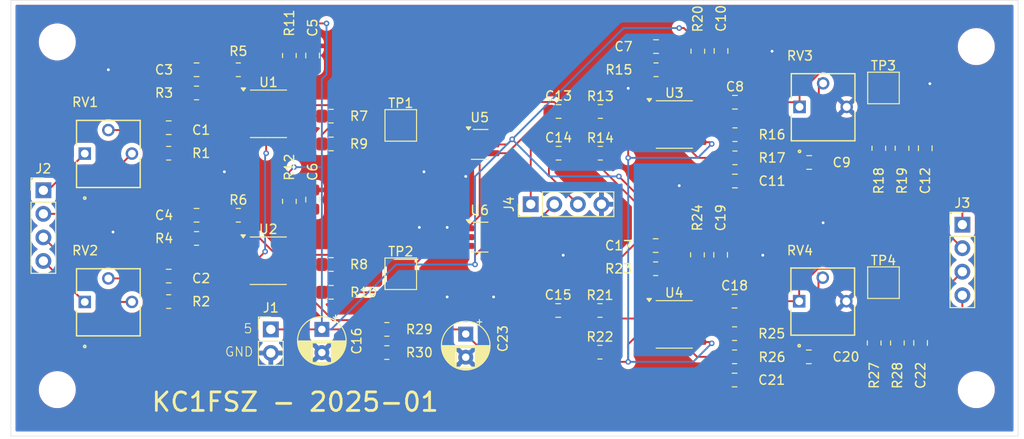
<source format=kicad_pcb>
(kicad_pcb (version 20240108) (generator "pcbnew") (generator_version "8.0")
  (layers (0 "F.Cu" signal) (31 "B.Cu" signal) (34 "B.Paste" user) (35 "F.Paste" user) (36 "B.SilkS" user "B.Silkscreen") (37 "F.SilkS" user "F.Silkscreen") (38 "B.Mask" user) (39 "F.Mask" user) (44 "Edge.Cuts" user))
  (net 0 "")
  (net 1 "Net-(C1-Pad1)")
  (net 2 "Net-(C1-Pad2)")
  (net 3 "Net-(C2-Pad2)")
  (net 4 "Net-(C2-Pad1)")
  (net 5 "Net-(U1A--)")
  (net 6 "Net-(C3-Pad1)")
  (net 7 "Net-(U2A--)")
  (net 8 "Net-(C4-Pad1)")
  (net 9 "Net-(U1C-V+)")
  (net 10 "GND")
  (net 11 "Net-(U2C-V+)")
  (net 12 "Net-(C7-Pad2)")
  (net 13 "Net-(U3A--)")
  (net 14 "Net-(C8-Pad2)")
  (net 15 "Net-(C9-Pad2)")
  (net 16 "Net-(C9-Pad1)")
  (net 17 "Net-(U3C-V+)")
  (net 18 "Net-(C11-Pad1)")
  (net 19 "Net-(C11-Pad2)")
  (net 20 "RADIO0-TX-N")
  (net 21 "RADIO0-TX-P")
  (net 22 "Net-(C13-Pad2)")
  (net 23 "TX0-A")
  (net 24 "TONE")
  (net 25 "Net-(C14-Pad2)")
  (net 26 "TX1-A")
  (net 27 "Net-(C15-Pad2)")
  (net 28 "+5V")
  (net 29 "Net-(C17-Pad2)")
  (net 30 "Net-(U4A--)")
  (net 31 "Net-(C18-Pad2)")
  (net 32 "Net-(U4C-V+)")
  (net 33 "Net-(C20-Pad1)")
  (net 34 "Net-(C20-Pad2)")
  (net 35 "Net-(C21-Pad1)")
  (net 36 "Net-(C21-Pad2)")
  (net 37 "RADIO1-TX-N")
  (net 38 "RADIO1-TX-P")
  (net 39 "+2V5")
  (net 40 "RADIO1-RX-N")
  (net 41 "RADIO0-RX-P")
  (net 42 "RADIO0-RX-N")
  (net 43 "RADIO1-RX-P")
  (net 44 "SEL1")
  (net 45 "SEL0")
  (net 46 "Net-(U1B--)")
  (net 47 "Net-(U2B--)")
  (net 48 "Net-(R7-Pad2)")
  (net 49 "Net-(R10-Pad1)")
  (net 50 "RX0")
  (net 51 "RX1")
  (net 52 "Net-(U3B--)")
  (net 53 "Net-(U4B--)")
  (footprint "Package_SO:SOIC-8_3.9x4.9mm_P1.27mm" (layer "F.Cu") (at 162.75 58.25)
    (property "Reference" "U1")
    (property "Value" "LM4562")
  )
  (footprint "Resistor_SMD:R_0805_2012Metric_Pad1.20x1.40mm_HandSolder" (layer "F.Cu") (at 212.96 81.96 180)
    (property "Reference" "R25")
    (property "Value" "100k")
  )
  (footprint "Capacitor_SMD:C_0805_2012Metric_Pad1.18x1.45mm_HandSolder" (layer "F.Cu") (at 220.96 84.4625 180)
    (property "Reference" "C20")
    (property "Value" "1uF")
  )
  (footprint "TestPoint:TestPoint_Pad_3.0x3.0mm" (layer "F.Cu") (at 229 76.4625)
    (property "Reference" "TP4")
    (property "Value" "TestPoint")
  )
  (footprint "Capacitor_SMD:C_0805_2012Metric_Pad1.18x1.45mm_HandSolder" (layer "F.Cu") (at 155 69.19 180)
    (property "Reference" "C4")
    (property "Value" "NC")
  )
  (footprint "Capacitor_THT:CP_Radial_D5.0mm_P2.50mm" (layer "F.Cu") (at 168.5 81.5 -90)
    (property "Reference" "C16")
    (property "Value" "100uF")
  )
  (footprint "Resistor_SMD:R_0805_2012Metric_Pad1.20x1.40mm_HandSolder" (layer "F.Cu") (at 169.5 74.5)
    (property "Reference" "R8")
    (property "Value" "20k")
  )
  (footprint "Capacitor_SMD:C_0805_2012Metric_Pad1.18x1.45mm_HandSolder" (layer "F.Cu") (at 221 63.5 180)
    (property "Reference" "C9")
    (property "Value" "1uF")
  )
  (footprint "Capacitor_SMD:C_0805_2012Metric_Pad1.18x1.45mm_HandSolder" (layer "F.Cu") (at 233.5 61.9625 90)
    (property "Reference" "C12")
    (property "Value" "C_Small")
  )
  (footprint "Resistor_SMD:R_0805_2012Metric_Pad1.20x1.40mm_HandSolder" (layer "F.Cu") (at 198.5 62.5)
    (property "Reference" "R14")
    (property "Value" "100k")
  )
  (footprint "Capacitor_SMD:C_0805_2012Metric_Pad1.18x1.45mm_HandSolder" (layer "F.Cu") (at 213 65.5)
    (property "Reference" "C11")
    (property "Value" "10uF")
  )
  (footprint "Capacitor_SMD:C_0805_2012Metric_Pad1.18x1.45mm_HandSolder" (layer "F.Cu") (at 213 57)
    (property "Reference" "C8")
    (property "Value" "1uF")
  )
  (footprint "Capacitor_SMD:C_0805_2012Metric_Pad1.18x1.45mm_HandSolder" (layer "F.Cu") (at 194 62.5)
    (property "Reference" "C14")
    (property "Value" "1uF")
  )
  (footprint "Resistor_SMD:R_0805_2012Metric_Pad1.20x1.40mm_HandSolder" (layer "F.Cu") (at 212.96 84.46 180)
    (property "Reference" "R26")
    (property "Value" "200k")
  )
  (footprint "Capacitor_SMD:C_0805_2012Metric_Pad1.18x1.45mm_HandSolder" (layer "F.Cu") (at 194 58)
    (property "Reference" "C13")
    (property "Value" "1uF")
  )
  (footprint "Capacitor_SMD:C_0805_2012Metric_Pad1.18x1.45mm_HandSolder" (layer "F.Cu") (at 211.46 73.46 90)
    (property "Reference" "C19")
    (property "Value" "1uF")
  )
  (footprint "Resistor_SMD:R_0805_2012Metric_Pad1.20x1.40mm_HandSolder" (layer "F.Cu") (at 169.5 58.5)
    (property "Reference" "R7")
    (property "Value" "20k")
  )
  (footprint "Capacitor_SMD:C_0805_2012Metric_Pad1.18x1.45mm_HandSolder" (layer "F.Cu") (at 204.46 72.46)
    (property "Reference" "C17")
    (property "Value" "100pF")
  )
  (footprint "Capacitor_SMD:C_0805_2012Metric_Pad1.18x1.45mm_HandSolder" (layer "F.Cu") (at 167.5 67.5 90)
    (property "Reference" "C6")
    (property "Value" "1uF")
  )
  (footprint "Resistor_SMD:R_0805_2012Metric_Pad1.20x1.40mm_HandSolder" (layer "F.Cu") (at 175.5 81.5)
    (property "Reference" "R29")
    (property "Value" "10k")
  )
  (footprint "MountingHole:MountingHole_3.5mm" (layer "F.Cu") (at 140 50.5)
    (property "Reference" "H1" (hide yes))
    (property "Value" "MountingHole")
  )
  (footprint "Resistor_SMD:R_0805_2012Metric_Pad1.20x1.40mm_HandSolder" (layer "F.Cu") (at 228 82.9625 -90)
    (property "Reference" "R27")
    (property "Value" "10k")
  )
  (footprint "Resistor_SMD:R_0805_2012Metric_Pad1.20x1.40mm_HandSolder" (layer "F.Cu") (at 198.46 79.46)
    (property "Reference" "R21")
    (property "Value" "100k")
  )
  (footprint "Resistor_SMD:R_0805_2012Metric_Pad1.20x1.40mm_HandSolder" (layer "F.Cu") (at 213 63 180)
    (property "Reference" "R17")
    (property "Value" "200k")
  )
  (footprint "Resistor_SMD:R_0805_2012Metric_Pad1.20x1.40mm_HandSolder" (layer "F.Cu") (at 213 60.5 180)
    (property "Reference" "R16")
    (property "Value" "100k")
  )
  (footprint "Resistor_SMD:R_0805_2012Metric_Pad1.20x1.40mm_HandSolder" (layer "F.Cu") (at 204.5 53.5)
    (property "Reference" "R15")
    (property "Value" "100k")
  )
  (footprint "bruce-footprints:POT_3362P" (layer "F.Cu") (at 142.96 62.54)
    (property "Reference" "RV1")
    (property "Value" "50k")
  )
  (footprint "Capacitor_SMD:C_0805_2012Metric_Pad1.18x1.45mm_HandSolder" (layer "F.Cu") (at 204.5 51)
    (property "Reference" "C7")
    (property "Value" "100pF")
  )
  (footprint "Resistor_SMD:R_0805_2012Metric_Pad1.20x1.40mm_HandSolder" (layer "F.Cu") (at 175.5 84)
    (property "Reference" "R30")
    (property "Value" "10k")
  )
  (footprint "Package_SO:SOIC-8_3.9x4.9mm_P1.27mm" (layer "F.Cu") (at 206.475 59.405)
    (property "Reference" "U3")
    (property "Value" "LM4562")
  )
  (footprint "Package_TO_SOT_SMD:SOT-23-6_Handsoldering" (layer "F.Cu") (at 185.5 61.55)
    (property "Reference" "U5")
    (property "Value" "SN74LVC1G3157DBVR")
  )
  (footprint "bruce-footprints:POT_3362P" (layer "F.Cu") (at 219.96 57.5025)
    (property "Reference" "RV3")
    (property "Value" "50k")
  )
  (footprint "Resistor_SMD:R_0805_2012Metric_Pad1.20x1.40mm_HandSolder" (layer "F.Cu") (at 198.5 58)
    (property "Reference" "R13")
    (property "Value" "100k")
  )
  (footprint "Resistor_SMD:R_0805_2012Metric_Pad1.20x1.40mm_HandSolder" (layer "F.Cu") (at 231 61.9625 -90)
    (property "Reference" "R19")
    (property "Value" "10k")
  )
  (footprint "Capacitor_SMD:C_0805_2012Metric_Pad1.18x1.45mm_HandSolder" (layer "F.Cu") (at 193.96 79.46)
    (property "Reference" "C15")
    (property "Value" "1uF")
  )
  (footprint "MountingHole:MountingHole_3.5mm" (layer "F.Cu") (at 239 88)
    (property "Reference" "H3" (hide yes))
    (property "Value" "MountingHole")
  )
  (footprint "Capacitor_SMD:C_0805_2012Metric_Pad1.18x1.45mm_HandSolder" (layer "F.Cu") (at 212.96 86.96)
    (property "Reference" "C21")
    (property "Value" "10uF")
  )
  (footprint "Capacitor_SMD:C_0805_2012Metric_Pad1.18x1.45mm_HandSolder" (layer "F.Cu") (at 233 82.9625 90)
    (property "Reference" "C22")
    (property "Value" "C_Small")
  )
  (footprint "Resistor_SMD:R_0805_2012Metric_Pad1.20x1.40mm_HandSolder" (layer "F.Cu") (at 159.5 69.19)
    (property "Reference" "R6")
    (property "Value" "10k")
  )
  (footprint "Capacitor_SMD:C_0805_2012Metric_Pad1.18x1.45mm_HandSolder" (layer "F.Cu") (at 152 75.75 180)
    (property "Reference" "C2")
    (property "Value" "1uF")
  )
  (footprint "Package_SO:SOIC-8_3.9x4.9mm_P1.27mm" (layer "F.Cu") (at 162.725 74.095)
    (property "Reference" "U2")
    (property "Value" "LM4562")
  )
  (footprint "Resistor_SMD:R_0805_2012Metric_Pad1.20x1.40mm_HandSolder" (layer "F.Cu") (at 159.5 53.5)
    (property "Reference" "R5")
    (property "Value" "10k")
  )
  (footprint "Connector_PinHeader_2.54mm:PinHeader_1x02_P2.54mm_Vertical" (layer "F.Cu") (at 163 81.5)
    (property "Reference" "J1")
    (property "Value" "Conn_01x02")
  )
  (footprint "Capacitor_SMD:C_0805_2012Metric_Pad1.18x1.45mm_HandSolder" (layer "F.Cu") (at 211.5 51.4625 90)
    (property "Reference" "C10")
    (property "Value" "1uF")
  )
  (footprint "Connector_PinHeader_2.54mm:PinHeader_1x04_P2.54mm_Vertical" (layer "F.Cu") (at 237.5 70.2)
    (property "Reference" "J3")
    (property "Value" "Conn_01x04")
  )
  (footprint "Resistor_SMD:R_0805_2012Metric_Pad1.20x1.40mm_HandSolder" (layer "F.Cu") (at 155 71.69)
    (property "Reference" "R4")
    (property "Value" "50k")
  )
  (footprint "Resistor_SMD:R_0805_2012Metric_Pad1.20x1.40mm_HandSolder" (layer "F.Cu") (at 152 62.5)
    (property "Reference" "R1")
    (property "Value" "50k")
  )
  (footprint "Resistor_SMD:R_0805_2012Metric_Pad1.20x1.40mm_HandSolder" (layer "F.Cu") (at 165 51.9625 -90)
    (property "Reference" "R11")
    (property "Value" "47")
  )
  (footprint "Resistor_SMD:R_0805_2012Metric_Pad1.20x1.40mm_HandSolder" (layer "F.Cu") (at 169.5 77.5)
    (property "Reference" "R10")
    (property "Value" "100")
  )
  (footprint "Resistor_SMD:R_0805_2012Metric_Pad1.20x1.40mm_HandSolder" (layer "F.Cu") (at 165 67.69 -90)
    (property "Reference" "R12")
    (property "Value" "47")
  )
  (footprint "Resistor_SMD:R_0805_2012Metric_Pad1.20x1.40mm_HandSolder" (layer "F.Cu") (at 169.5 61.5)
    (property "Reference" "R9")
    (property "Value" "100")
  )
  (footprint "Resistor_SMD:R_0805_2012Metric_Pad1.20x1.40mm_HandSolder" (layer "F.Cu") (at 204.46 74.96)
    (property "Reference" "R23")
    (property "Value" "100k")
  )
  (footprint "Resistor_SMD:R_0805_2012Metric_Pad1.20x1.40mm_HandSolder" (layer "F.Cu") (at 228.5 61.9625 -90)
    (property "Reference" "R18")
    (property "Value" "10k")
  )
  (footprint "bruce-footprints:POT_3362P" (layer "F.Cu") (at 219.92 78.4625)
    (property "Reference" "RV4")
    (property "Value" "50k")
  )
  (footprint "Capacitor_SMD:C_0805_2012Metric_Pad1.18x1.45mm_HandSolder" (layer "F.Cu") (at 167.5 51.9625 90)
    (property "Reference" "C5")
    (property "Value" "1uF")
  )
  (footprint "Resistor_SMD:R_0805_2012Metric_Pad1.20x1.40mm_HandSolder" (layer "F.Cu") (at 209 51.5 90)
    (property "Reference" "R20")
    (property "Value" "47")
  )
  (footprint "Resistor_SMD:R_0805_2012Metric_Pad1.20x1.40mm_HandSolder" (layer "F.Cu") (at 198.46 83.96)
    (property "Reference" "R22")
    (property "Value" "100k")
  )
  (footprint "Resistor_SMD:R_0805_2012Metric_Pad1.20x1.40mm_HandSolder" (layer "F.Cu") (at 230.5 82.9625 -90)
    (property "Reference" "R28")
    (property "Value" "10k")
  )
  (footprint "Connector_PinHeader_2.54mm:PinHeader_1x04_P2.54mm_Vertical" (layer "F.Cu") (at 191 68 90)
    (property "Reference" "J4")
    (property "Value" "Conn_01x04")
  )
  (footprint "TestPoint:TestPoint_Pad_3.0x3.0mm" (layer "F.Cu") (at 177 59.5)
    (property "Reference" "TP1")
    (property "Value" "TestPoint")
  )
  (footprint "Capacitor_THT:CP_Radial_D5.0mm_P2.50mm" (layer "F.Cu") (at 184 82 -90)
    (property "Reference" "C23")
    (property "Value" "10uF")
  )
  (footprint "Resistor_SMD:R_0805_2012Metric_Pad1.20x1.40mm_HandSolder" (layer "F.Cu") (at 208.96 73.46 90)
    (property "Reference" "R24")
    (property "Value" "47")
  )
  (footprint "MountingHole:MountingHole_3.5mm" (layer "F.Cu") (at 239 51)
    (property "Reference" "H4" (hide yes))
    (property "Value" "MountingHole")
  )
  (footprint "TestPoint:TestPoint_Pad_3.0x3.0mm" (layer "F.Cu") (at 177 75.5)
    (property "Reference" "TP2")
    (property "Value" "TestPoint")
  )
  (footprint "Connector_PinHeader_2.54mm:PinHeader_1x04_P2.54mm_Vertical" (layer "F.Cu") (at 138.5 66.5)
    (property "Reference" "J2")
    (property "Value" "Conn_01x04")
  )
  (footprint "Capacitor_SMD:C_0805_2012Metric_Pad1.18x1.45mm_HandSolder" (layer "F.Cu") (at 212.96 78.46)
    (property "Reference" "C18")
    (property "Value" "1uF")
  )
  (footprint "Capacitor_SMD:C_0805_2012Metric_Pad1.18x1.45mm_HandSolder" (layer "F.Cu") (at 152 59.75 180)
    (property "Reference" "C1")
    (property "Value" "1uF")
  )
  (footprint "Capacitor_SMD:C_0805_2012Metric_Pad1.18x1.45mm_HandSolder" (layer "F.Cu") (at 155 53.5 180)
    (property "Reference" "C3")
    (property "Value" "NC")
  )
  (footprint "bruce-footprints:POT_3362P" (layer "F.Cu") (at 142.96 78.54)
    (property "Reference" "RV2")
    (property "Value" "50k")
  )
  (footprint "Resistor_SMD:R_0805_2012Metric_Pad1.20x1.40mm_HandSolder" (layer "F.Cu") (at 152 78.5)
    (property "Reference" "R2")
    (property "Value" "50k")
  )
  (footprint "Package_SO:SOIC-8_3.9x4.9mm_P1.27mm" (layer "F.Cu") (at 206.46 80.96)
    (property "Reference" "U4")
    (property "Value" "LM4562")
  )
  (footprint "Package_TO_SOT_SMD:SOT-23-6_Handsoldering" (layer "F.Cu") (at 185.5 71.55)
    (property "Reference" "U6")
    (property "Value" "SN74LVC1G3157DBVR")
  )
  (footprint "TestPoint:TestPoint_Pad_3.0x3.0mm" (layer "F.Cu") (at 229 55.4625)
    (property "Reference" "TP3")
    (property "Value" "TestPoint")
  )
  (footprint "Resistor_SMD:R_0805_2012Metric_Pad1.20x1.40mm_HandSolder" (layer "F.Cu") (at 155 56)
    (property "Reference" "R3")
    (property "Value" "50k")
  )
  (footprint "MountingHole:MountingHole_3.5mm" (layer "F.Cu") (at 140 88)
    (property "Reference" "H2" (hide yes))
    (property "Value" "MountingHole")
  )
  (gr_rect (start 135 46) (end 243.5 93) (stroke (width 0.05)) (fill none) (layer "Edge.Cuts"))
  (gr_text "KC1FSZ - 2025-01" (at 150 90.5 0) (layer "F.SilkS") (effects (font (size 2 2) (thickness 0.3) (bold yes)) (justify left bottom)))
  (gr_text "5" (at 160 82 0) (layer "F.SilkS") (effects (font (size 1 1) (thickness 0.1)) (justify left bottom)))
  (gr_text "GND" (at 158 84.5 0) (layer "F.SilkS") (effects (font (size 1 1) (thickness 0.1)) (justify left bottom)))
  (segment (start 151 61.7875) (end 153.0375 59.75) (width 0.2) (layer "F.Cu") (net 1))
  (segment (start 151 62.5) (end 151 61.7875) (width 0.2) (layer "F.Cu") (net 1))
  (segment (start 145.5 60) (end 150.7125 60) (width 0.2) (layer "F.Cu") (net 2))
  (segment (start 150.7125 60) (end 150.9625 59.75) (width 0.2) (layer "F.Cu") (net 2))
  (segment (start 150.7125 76) (end 150.9625 75.75) (width 0.2) (layer "F.Cu") (net 3))
  (segment (start 145.5 76) (end 150.7125 76) (width 0.2) (layer "F.Cu") (net 3))
  (segment (start 151 77.7875) (end 153.0375 75.75) (width 0.2) (layer "F.Cu") (net 4))
  (segment (start 151 78.5) (end 151 77.7875) (width 0.2) (layer "F.Cu") (net 4))
  (segment (start 155.615 57.615) (end 160.275 57.615) (width 0.2) (layer "F.Cu") (net 5))
  (segment (start 153 62.5) (end 154 61.5) (width 0.2) (layer "F.Cu") (net 5))
  (segment (start 154 56) (end 155.615 57.615) (width 0.2) (layer "F.Cu") (net 5))
  (segment (start 154 61.5) (end 154 56) (width 0.2) (layer "F.Cu") (net 5))
  (segment (start 153.9625 55.9625) (end 154 56) (width 0.2) (layer "F.Cu") (net 5))
  (segment (start 153.9625 53.5) (end 153.9625 55.9625) (width 0.2) (layer "F.Cu") (net 5))
  (segment (start 156 56) (end 159.93 56) (width 0.2) (layer "F.Cu") (net 6))
  (segment (start 159.93 56) (end 160.275 56.345) (width 0.2) (layer "F.Cu") (net 6))
  (segment (start 156.0375 53.5) (end 156.0375 55.9625) (width 0.2) (layer "F.Cu") (net 6))
  (segment (start 156.0375 55.9625) (end 156 56) (width 0.2) (layer "F.Cu") (net 6))
  (segment (start 156.0375 53.5) (end 158.5 53.5) (width 0.2) (layer "F.Cu") (net 6))
  (segment (start 154 77.5) (end 154 71.69) (width 0.2) (layer "F.Cu") (net 7))
  (segment (start 153.9625 71.6525) (end 154 71.69) (width 0.2) (layer "F.Cu") (net 7))
  (segment (start 153 78.5) (end 154 77.5) (width 0.2) (layer "F.Cu") (net 7))
  (segment (start 153.9625 69.19) (end 153.9625 71.6525) (width 0.2) (layer "F.Cu") (net 7))
  (segment (start 154 71.69) (end 155 72.69) (width 0.2) (layer "F.Cu") (net 7))
  (segment (start 158.58 73.46) (end 160.25 73.46) (width 0.2) (layer "F.Cu") (net 7))
  (segment (start 155 72.69) (end 157.81 72.69) (width 0.2) (layer "F.Cu") (net 7))
  (segment (start 157.81 72.69) (end 158.58 73.46) (width 0.2) (layer "F.Cu") (net 7))
  (segment (start 156.0375 71.6525) (end 156 71.69) (width 0.2) (layer "F.Cu") (net 8))
  (segment (start 158.5 70.44) (end 160.25 72.19) (width 0.2) (layer "F.Cu") (net 8))
  (segment (start 156.0375 69.19) (end 158.5 69.19) (width 0.2) (layer "F.Cu") (net 8))
  (segment (start 156.0375 69.19) (end 156.0375 71.6525) (width 0.2) (layer "F.Cu") (net 8))
  (segment (start 158.5 69.19) (end 158.5 70.44) (width 0.2) (layer "F.Cu") (net 8))
  (segment (start 165 52.9625) (end 165.5 52.9625) (width 0.2) (layer "F.Cu") (net 9))
  (segment (start 165 52.9625) (end 165 56.12) (width 0.2) (layer "F.Cu") (net 9))
  (segment (start 165 56.12) (end 165.225 56.345) (width 0.2) (layer "F.Cu") (net 9))
  (segment (start 165.5 52.9625) (end 165.5375 53) (width 0.2) (layer "F.Cu") (net 9))
  (segment (start 165.5375 53) (end 167.5 53) (width 0.2) (layer "F.Cu") (net 9))
  (segment (start 184.15 71.55) (end 182.55 71.55) (width 0.2) (layer "F.Cu") (net 10))
  (segment (start 184.15 61.55) (end 182.45 61.55) (width 0.2) (layer "F.Cu") (net 10))
  (segment (start 182.45 61.55) (end 182 62) (width 0.2) (layer "F.Cu") (net 10))
  (via (at 184 65) (size 0.6) (drill 0.3) (layers "F.Cu" "B.Cu") (net 10))
  (via (at 179.5 64.5) (size 0.6) (drill 0.3) (layers "F.Cu" "B.Cu") (net 10))
  (via (at 194.5 73.5) (size 0.6) (drill 0.3) (layers "F.Cu" "B.Cu") (net 10))
  (via (at 234 55) (size 0.6) (drill 0.3) (layers "F.Cu" "B.Cu") (net 10))
  (via (at 217 51.5) (size 0.6) (drill 0.3) (layers "F.Cu" "B.Cu") (net 10))
  (via (at 182 78) (size 0.6) (drill 0.3) (layers "F.Cu" "B.Cu") (net 10))
  (via (at 187 78) (size 0.6) (drill 0.3) (layers "F.Cu" "B.Cu") (net 10))
  (via (at 179 70.5) (size 0.6) (drill 0.3) (layers "F.Cu" "B.Cu") (net 10))
  (via (at 207 66) (size 0.6) (drill 0.3) (layers "F.Cu" "B.Cu") (net 10))
  (via (at 182 70.5) (size 0.6) (drill 0.3) (layers "F.Cu" "B.Cu") (net 10))
  (via (at 145.5 53.5) (size 0.6) (drill 0.3) (layers "F.Cu" "B.Cu") (net 10))
  (via (at 201.5 55.5) (size 0.6) (drill 0.3) (layers "F.Cu" "B.Cu") (net 10))
  (via (at 216 73.5) (size 0.6) (drill 0.3) (layers "F.Cu" "B.Cu") (net 10))
  (via (at 158 64.5) (size 0.6) (drill 0.3) (layers "F.Cu" "B.Cu") (net 10))
  (via (at 146 71) (size 0.6) (drill 0.3) (layers "F.Cu" "B.Cu") (net 10))
  (via (at 222.5 70) (size 0.6) (drill 0.3) (layers "F.Cu" "B.Cu") (net 10))
  (segment (start 165.2 68.89) (end 165 68.69) (width 0.2) (layer "F.Cu") (net 11))
  (segment (start 165 68.69) (end 167.3475 68.69) (width 0.2) (layer "F.Cu") (net 11))
  (segment (start 167.3475 68.69) (end 167.5 68.5375) (width 0.2) (layer "F.Cu") (net 11))
  (segment (start 165.2 72.19) (end 165.2 68.89) (width 0.2) (layer "F.Cu") (net 11))
  (segment (start 210.8625 58.1) (end 211.9625 57) (width 0.2) (layer "F.Cu") (net 12))
  (segment (start 205.5 53.5) (end 205.5 56) (width 0.2) (layer "F.Cu") (net 12))
  (segment (start 205.5 56) (end 204 57.5) (width 0.2) (layer "F.Cu") (net 12))
  (segment (start 204 57.5) (end 204.6 58.1) (width 0.2) (layer "F.Cu") (net 12))
  (segment (start 205.5375 51) (end 205.5375 53.4625) (width 0.2) (layer "F.Cu") (net 12))
  (segment (start 205.5375 53.4625) (end 205.5 53.5) (width 0.2) (layer "F.Cu") (net 12))
  (segment (start 204.6 58.1) (end 210.8625 58.1) (width 0.2) (layer "F.Cu") (net 12))
  (segment (start 203.5 53.5) (end 202.725 54.275) (width 0.2) (layer "F.Cu") (net 13))
  (segment (start 200.77 58.77) (end 204 58.77) (width 0.2) (layer "F.Cu") (net 13))
  (segment (start 199.5 62.5) (end 199.5 58) (width 0.2) (layer "F.Cu") (net 13))
  (segment (start 202.725 58.469999) (end 203.025001 58.77) (width 0.2) (layer "F.Cu") (net 13))
  (segment (start 203.5 53) (end 203.4625 52.9625) (width 0.2) (layer "F.Cu") (net 13))
  (segment (start 202.725 54.275) (end 202.725 58.469999) (width 0.2) (layer "F.Cu") (net 13))
  (segment (start 203.025001 58.77) (end 204 58.77) (width 0.2) (layer "F.Cu") (net 13))
  (segment (start 199.5 58) (end 200 58) (width 0.2) (layer "F.Cu") (net 13))
  (segment (start 203.4625 52.9625) (end 203.4625 51) (width 0.2) (layer "F.Cu") (net 13))
  (segment (start 200 58) (end 200.77 58.77) (width 0.2) (layer "F.Cu") (net 13))
  (segment (start 203.5 53.5) (end 203.5 53) (width 0.2) (layer "F.Cu") (net 13))
  (segment (start 219.96 56.011814) (end 222.471814 53.5) (width 0.2) (layer "F.Cu") (net 14))
  (segment (start 214.0375 57) (end 219.4575 57) (width 0.2) (layer "F.Cu") (net 14))
  (segment (start 222.471814 53.5) (end 227.0375 53.5) (width 0.2) (layer "F.Cu") (net 14))
  (segment (start 227.0375 53.5) (end 229 55.4625) (width 0.2) (layer "F.Cu") (net 14))
  (segment (start 219.96 57.5025) (end 219.96 56.011814) (width 0.2) (layer "F.Cu") (net 14))
  (segment (start 219.4575 57) (end 219.96 57.5025) (width 0.2) (layer "F.Cu") (net 14))
  (segment (start 217.4625 60.5) (end 217.4625 61) (width 0.2) (layer "F.Cu") (net 15))
  (segment (start 214 60.5) (end 217.4625 60.5) (width 0.2) (layer "F.Cu") (net 15))
  (segment (start 217.4625 61) (end 219.9625 63.5) (width 0.2) (layer "F.Cu") (net 15))
  (segment (start 222.0375 54.5) (end 222.5 54.9625) (width 0.2) (layer "F.Cu") (net 16))
  (segment (start 222.0375 55.425) (end 222.5 54.9625) (width 0.2) (layer "F.Cu") (net 16))
  (segment (start 222.0375 63.5) (end 222.0375 55.425) (width 0.2) (layer "F.Cu") (net 16))
  (segment (start 208.95 52.55) (end 209 52.5) (width 0.2) (layer "F.Cu") (net 17))
  (segment (start 209 52.5) (end 211.5 52.5) (width 0.2) (layer "F.Cu") (net 17))
  (segment (start 208.95 57.5) (end 208.95 52.55) (width 0.2) (layer "F.Cu") (net 17))
  (segment (start 207.5 61.475552) (end 209.024448 63) (width 0.2) (layer "F.Cu") (net 18))
  (segment (start 212 63) (end 212 65.4625) (width 0.2) (layer "F.Cu") (net 18))
  (segment (start 209.024448 63) (end 212 63) (width 0.2) (layer "F.Cu") (net 18))
  (segment (start 207.975001 58.77) (end 207.5 59.245001) (width 0.2) (layer "F.Cu") (net 18))
  (segment (start 207.5 59.245001) (end 207.5 61.475552) (width 0.2) (layer "F.Cu") (net 18))
  (segment (start 212 65.4625) (end 211.9625 65.5) (width 0.2) (layer "F.Cu") (net 18))
  (segment (start 208.95 58.77) (end 207.975001 58.77) (width 0.2) (layer "F.Cu") (net 18))
  (segment (start 228.5 60.9625) (end 231 60.9625) (width 0.2) (layer "F.Cu") (net 19))
  (segment (start 223.9625 65.5) (end 228.5 60.9625) (width 0.2) (layer "F.Cu") (net 19))
  (segment (start 214.0375 65.5) (end 223.9625 65.5) (width 0.2) (layer "F.Cu") (net 19))
  (segment (start 237.5 72.74) (end 228.5 63.74) (width 0.2) (layer "F.Cu") (net 20))
  (segment (start 229.6 61.8625) (end 232.5625 61.8625) (width 0.2) (layer "F.Cu") (net 20))
  (segment (start 228.5 63.74) (end 228.5 62.9625) (width 0.2) (layer "F.Cu") (net 20))
  (segment (start 228.5 62.9625) (end 229.6 61.8625) (width 0.2) (layer "F.Cu") (net 20))
  (segment (start 232.5625 61.8625) (end 233.5 60.925) (width 0.2) (layer "F.Cu") (net 20))
  (segment (start 233.4625 62.9625) (end 233.5 63) (width 0.2) (layer "F.Cu") (net 21))
  (segment (start 237.5 67) (end 233.5 63) (width 0.2) (layer "F.Cu") (net 21))
  (segment (start 237.5 70.2) (end 237.5 67) (width 0.2) (layer "F.Cu") (net 21))
  (segment (start 231 62.9625) (end 233.4625 62.9625) (width 0.2) (layer "F.Cu") (net 21))
  (segment (start 195.0375 58) (end 197.5 58) (width 0.2) (layer "F.Cu") (net 22))
  (segment (start 186.85 62.5) (end 188.4625 62.5) (width 0.2) (layer "F.Cu") (net 23))
  (segment (start 188.4625 62.5) (end 192.9625 58) (width 0.2) (layer "F.Cu") (net 23))
  (segment (start 196.08 68) (end 192.9625 64.8825) (width 0.2) (layer "F.Cu") (net 24))
  (segment (start 192.9625 64.8825) (end 192.9625 62.5) (width 0.2) (layer "F.Cu") (net 24))
  (segment (start 198.36 76.14) (end 202.5 72) (width 0.2) (layer "F.Cu") (net 25))
  (segment (start 202.5 68) (end 197.5 63) (width 0.2) (layer "F.Cu") (net 25))
  (segment (start 195.0375 62.5) (end 197.5 62.5) (width 0.2) (layer "F.Cu") (net 25))
  (segment (start 198.36 83.06) (end 198.36 76.14) (width 0.2) (layer "F.Cu") (net 25))
  (segment (start 202.5 72) (end 202.5 68) (width 0.2) (layer "F.Cu") (net 25))
  (segment (start 197.5 63) (end 197.5 62.5) (width 0.2) (layer "F.Cu") (net 25))
  (segment (start 197.46 83.96) (end 198.36 83.06) (width 0.2) (layer "F.Cu") (net 25))
  (segment (start 186.85 72.5) (end 192.9225 78.5725) (width 0.2) (layer "F.Cu") (net 26))
  (segment (start 192.9225 78.5725) (end 192.9225 79.46) (width 0.2) (layer "F.Cu") (net 26))
  (segment (start 194.9975 79.46) (end 197.46 79.46) (width 0.2) (layer "F.Cu") (net 27))
  (segment (start 188.45 61.55) (end 186.85 61.55) (width 0.2) (layer "F.Cu") (net 28))
  (segment (start 185 73.5) (end 185.77 72.73) (width 0.2) (layer "F.Cu") (net 28))
  (segment (start 185.77 71.850001) (end 186.070001 71.55) (width 0.2) (layer "F.Cu") (net 28))
  (segment (start 185.77 72.73) (end 185.77 71.850001) (width 0.2) (layer "F.Cu") (net 28))
  (segment (start 165 66.69) (end 165 64.5) (width 0.2) (layer "F.Cu") (net 28))
  (segment (start 165 64.5) (end 165.5 64) (width 0.2) (layer "F.Cu") (net 28))
  (segment (start 207.5 49) (end 209 50.5) (width 0.2) (layer "F.Cu") (net 28))
  (segment (start 165 50.9625) (end 167.4625 48.5) (width 0.2) (layer "F.Cu") (net 28))
  (segment (start 186.070001 71.55) (end 186.85 71.55) (width 0.2) (layer "F.Cu") (net 28))
  (segment (start 167.4625 48.5) (end 169 48.5) (width 0.2) (layer "F.Cu") (net 28))
  (segment (start 208.96 72.46) (end 207.96 72.46) (width 0.2) (layer "F.Cu") (net 28))
  (segment (start 185 74.5) (end 185 73.5) (width 0.2) (layer "F.Cu") (net 28))
  (segment (start 163 81.5) (end 168.5 81.5) (width 0.2) (layer "F.Cu") (net 28))
  (segment (start 189 61) (end 188.45 61.55) (width 0.2) (layer "F.Cu") (net 28))
  (segment (start 168.5 81.5) (end 174.5 81.5) (width 0.2) (layer "F.Cu") (net 28))
  (segment (start 207.96 72.46) (end 200.5 65) (width 0.2) (layer "F.Cu") (net 28))
  (segment (start 207 49) (end 207.5 49) (width 0.2) (layer "F.Cu") (net 28))
  (via (at 169 48.5) (size 0.6) (drill 0.3) (layers "F.Cu" "B.Cu") (net 28))
  (via (at 200.5 65) (size 0.6) (drill 0.3) (layers "F.Cu" "B.Cu") (net 28))
  (via (at 165.5 64) (size 0.6) (drill 0.3) (layers "F.Cu" "B.Cu") (net 28))
  (via (at 189 61) (size 0.6) (drill 0.3) (layers "F.Cu" "B.Cu") (net 28))
  (via (at 207 49) (size 0.6) (drill 0.3) (layers "F.Cu" "B.Cu") (net 28))
  (via (at 185 74.5) (size 0.6) (drill 0.3) (layers "F.Cu" "B.Cu") (net 28))
  (segment (start 201 49) (end 207 49) (width 0.2) (layer "B.Cu") (net 28))
  (segment (start 168.5 81.5) (end 168.5 65) (width 0.2) (layer "B.Cu") (net 28))
  (segment (start 189 61) (end 201 49) (width 0.2) (layer "B.Cu") (net 28))
  (segment (start 168.5 54.5) (end 169 54) (width 0.2) (layer "B.Cu") (net 28))
  (segment (start 169 54) (end 169 48.5) (width 0.2) (layer "B.Cu") (net 28))
  (segment (start 168.5 81.5) (end 169.5 81.5) (width 0.2) (layer "B.Cu") (net 28))
  (segment (start 168.5 65) (end 168.5 64) (width 0.2) (layer "B.Cu") (net 28))
  (segment (start 168.5 64) (end 168.5 54.5) (width 0.2) (layer "B.Cu") (net 28))
  (segment (start 165.5 64) (end 168.5 64) (width 0.2) (layer "B.Cu") (net 28))
  (segment (start 200.5 65) (end 193 65) (width 0.2) (layer "B.Cu") (net 28))
  (segment (start 193 65) (end 189 61) (width 0.2) (layer "B.Cu") (net 28))
  (segment (start 176.5 74.5) (end 185 74.5) (width 0.2) (layer "B.Cu") (net 28))
  (segment (start 169.5 81.5) (end 171.5 79.5) (width 0.2) (layer "B.Cu") (net 28))
  (segment (start 185 74.5) (end 185 65) (width 0.2) (layer "B.Cu") (net 28))
  (segment (start 171.5 79.5) (end 176.5 74.5) (width 0.2) (layer "B.Cu") (net 28))
  (segment (start 185 65) (end 189 61) (width 0.2) (layer "B.Cu") (net 28))
  (segment (start 205.46 74.96) (end 205.46 72.4975) (width 0.2) (layer "F.Cu") (net 29))
  (segment (start 211.9225 78.46) (end 210.7275 79.655) (width 0.2) (layer "F.Cu") (net 29))
  (segment (start 205.46 77.58) (end 205.46 74.96) (width 0.2) (layer "F.Cu") (net 29))
  (segment (start 205.46 72.4975) (end 205.4975 72.46) (width 0.2) (layer "F.Cu") (net 29))
  (segment (start 210.7275 79.655) (end 204.585 79.655) (width 0.2) (layer "F.Cu") (net 29))
  (segment (start 203.985 79.055) (end 205.46 77.58) (width 0.2) (layer "F.Cu") (net 29))
  (segment (start 204.585 79.655) (end 203.985 79.055) (width 0.2) (layer "F.Cu") (net 29))
  (segment (start 199.46 79.46) (end 200.325 80.325) (width 0.2) (layer "F.Cu") (net 30))
  (segment (start 203.4225 74.9225) (end 203.46 74.96) (width 0.2) (layer "F.Cu") (net 30))
  (segment (start 202.71 80.024999) (end 203.010001 80.325) (width 0.2) (layer "F.Cu") (net 30))
  (segment (start 202.71 75.71) (end 202.71 80.024999) (width 0.2) (layer "F.Cu") (net 30))
  (segment (start 203.4225 72.46) (end 203.4225 74.9225) (width 0.2) (layer "F.Cu") (net 30))
  (segment (start 200.325 80.325) (end 203.985 80.325) (width 0.2) (layer "F.Cu") (net 30))
  (segment (start 199.46 83.96) (end 199.46 79.46) (width 0.2) (layer "F.Cu") (net 30))
  (segment (start 203.46 74.96) (end 202.71 75.71) (width 0.2) (layer "F.Cu") (net 30))
  (segment (start 203.010001 80.325) (end 203.985 80.325) (width 0.2) (layer "F.Cu") (net 30))
  (segment (start 227.4869 74.9494) (end 229 76.4625) (width 0.2) (layer "F.Cu") (net 31))
  (segment (start 221.942414 74.9494) (end 227.4869 74.9494) (width 0.2) (layer "F.Cu") (net 31))
  (segment (start 213.9975 78.46) (end 219.9175 78.46) (width 0.2) (layer "F.Cu") (net 31))
  (segment (start 219.92 78.4625) (end 219.92 76.971814) (width 0.2) (layer "F.Cu") (net 31))
  (segment (start 219.9175 78.46) (end 219.92 78.4625) (width 0.2) (layer "F.Cu") (net 31))
  (segment (start 219.92 76.971814) (end 221.942414 74.9494) (width 0.2) (layer "F.Cu") (net 31))
  (segment (start 208.96 74.46) (end 211.4225 74.46) (width 0.2) (layer "F.Cu") (net 32))
  (segment (start 208.96 74.46) (end 208.96 79.03) (width 0.2) (layer "F.Cu") (net 32))
  (segment (start 211.4225 74.46) (end 211.46 74.4975) (width 0.2) (layer "F.Cu") (net 32))
  (segment (start 208.96 79.03) (end 208.935 79.055) (width 0.2) (layer "F.Cu") (net 32))
  (segment (start 221.9975 84.4625) (end 221.9975 76.385) (width 0.2) (layer "F.Cu") (net 33))
  (segment (start 221.9975 75.46) (end 222.46 75.9225) (width 0.2) (layer "F.Cu") (net 33))
  (segment (start 221.9975 76.385) (end 222.46 75.9225) (width 0.2) (layer "F.Cu") (net 33))
  (segment (start 213.96 81.96) (end 217.42 81.96) (width 0.2) (layer "F.Cu") (net 34))
  (segment (start 217.42 81.96) (end 219.9225 84.4625) (width 0.2) (layer "F.Cu") (net 34))
  (segment (start 211.96 86.9225) (end 211.9225 86.96) (width 0.2) (layer "F.Cu") (net 35))
  (segment (start 208.914448 84.46) (end 211.96 84.46) (width 0.2) (layer "F.Cu") (net 35))
  (segment (start 211.96 84.46) (end 211.96 86.9225) (width 0.2) (layer "F.Cu") (net 35))
  (segment (start 207.46 83.005552) (end 208.914448 84.46) (width 0.2) (layer "F.Cu") (net 35))
  (segment (start 207.960001 80.325) (end 207.46 80.825001) (width 0.2) (layer "F.Cu") (net 35))
  (segment (start 208.935 80.325) (end 207.960001 80.325) (width 0.2) (layer "F.Cu") (net 35))
  (segment (start 207.46 80.825001) (end 207.46 83.005552) (width 0.2) (layer "F.Cu") (net 35))
  (segment (start 213.9975 86.96) (end 223.417756 86.96) (width 0.2) (layer "F.Cu") (net 36))
  (segment (start 228 81.9625) (end 230.5 81.9625) (width 0.2) (layer "F.Cu") (net 36))
  (segment (start 228 82.377756) (end 228 81.9625) (width 0.2) (layer "F.Cu") (net 36))
  (segment (start 223.417756 86.96) (end 228 82.377756) (width 0.2) (layer "F.Cu") (net 36))
  (segment (start 233 79.78) (end 233 81.925) (width 0.2) (layer "F.Cu") (net 37))
  (segment (start 228 83.9625) (end 229.1 82.8625) (width 0.2) (layer "F.Cu") (net 37))
  (segment (start 232.0625 82.8625) (end 233 81.925) (width 0.2) (layer "F.Cu") (net 37))
  (segment (start 237.5 75.28) (end 233 79.78) (width 0.2) (layer "F.Cu") (net 37))
  (segment (start 229.1 82.8625) (end 232.0625 82.8625) (width 0.2) (layer "F.Cu") (net 37))
  (segment (start 237.5 79.5) (end 233 84) (width 0.2) (layer "F.Cu") (net 38))
  (segment (start 237.5 77.82) (end 237.5 79.5) (width 0.2) (layer "F.Cu") (net 38))
  (segment (start 230.5 83.9625) (end 232.9625 83.9625) (width 0.2) (layer "F.Cu") (net 38))
  (segment (start 232.9625 83.9625) (end 233 84) (width 0.2) (layer "F.Cu") (net 38))
  (segment (start 208.935 82.865) (end 210.365 82.865) (width 0.2) (layer "F.Cu") (net 39))
  (segment (start 169.7 80.5) (end 175.084744 80.5) (width 0.2) (layer "F.Cu") (net 39))
  (segment (start 161.224999 74.73) (end 162.494999 76) (width 0.2) (layer "F.Cu") (net 39))
  (segment (start 175.4 83.1) (end 174.5 84) (width 0.2) (layer "F.Cu") (net 39))
  (segment (start 187 85) (end 184 82) (width 0.2) (layer "F.Cu") (net 39))
  (segment (start 162.494999 76) (end 165.2 76) (width 0.2) (layer "F.Cu") (net 39))
  (segment (start 201.5 83.105001) (end 203.010001 81.595) (width 0.2) (layer "F.Cu") (net 39))
  (segment (start 201.5 63) (end 201.5 62) (width 0.2) (layer "F.Cu") (net 39))
  (segment (start 165.2 76) (end 169.7 80.5) (width 0.2) (layer "F.Cu") (net 39))
  (segment (start 176.5 81.5) (end 183.5 81.5) (width 0.2) (layer "F.Cu") (net 39))
  (segment (start 201.5 85) (end 201.5 83.105001) (width 0.2) (layer "F.Cu") (net 39))
  (segment (start 203.010001 81.595) (end 203.985 81.595) (width 0.2) (layer "F.Cu") (net 39))
  (segment (start 208.95 61.31) (end 210.31 61.31) (width 0.2) (layer "F.Cu") (net 39))
  (segment (start 174.5 84) (end 176.5 82) (width 0.2) (layer "F.Cu") (net 39))
  (segment (start 160.77 74.73) (end 162.387959 73.112041) (width 0.2) (layer "F.Cu") (net 39))
  (segment (start 162.519999 60.155) (end 165.225 60.155) (width 0.2) (layer "F.Cu") (net 39))
  (segment (start 162.432499 60.067501) (end 162.519999 60.155) (width 0.2) (layer "F.Cu") (net 39))
  (segment (start 201.5 85) (end 187 85) (width 0.2) (layer "F.Cu") (net 39))
  (segment (start 183.5 81.5) (end 184 82) (width 0.2) (layer "F.Cu") (net 39))
  (segment (start 175.4 80.815256) (end 175.4 83.1) (width 0.2) (layer "F.Cu") (net 39))
  (segment (start 203.46 60.04) (end 204 60.04) (width 0.2) (layer "F.Cu") (net 39))
  (segment (start 175.084744 80.5) (end 175.4 80.815256) (width 0.2) (layer "F.Cu") (net 39))
  (segment (start 162.5 60.135002) (end 162.432499 60.067501) (width 0.2) (layer "F.Cu") (net 39))
  (segment (start 176.5 82) (end 176.5 81.5) (width 0.2) (layer "F.Cu") (net 39))
  (segment (start 161.249999 58.885) (end 162.432499 60.067501) (width 0.2) (layer "F.Cu") (net 39))
  (segment (start 160.25 74.73) (end 160.77 74.73) (width 0.2) (layer "F.Cu") (net 39))
  (segment (start 210.31 61.31) (end 210.5 61.5) (width 0.2) (layer "F.Cu") (net 39))
  (segment (start 162.5 62.5) (end 162.5 60.135002) (width 0.2) (layer "F.Cu") (net 39))
  (segment (start 160.25 74.73) (end 161.224999 74.73) (width 0.2) (layer "F.Cu") (net 39))
  (segment (start 210.365 82.865) (end 210.5 83) (width 0.2) (layer "F.Cu") (net 39))
  (segment (start 160.275 58.885) (end 161.249999 58.885) (width 0.2) (layer "F.Cu") (net 39))
  (segment (start 201.5 62) (end 203.46 60.04) (width 0.2) (layer "F.Cu") (net 39))
  (via (at 210.5 61.5) (size 0.6) (drill 0.3) (layers "F.Cu" "B.Cu") (net 39))
  (via (at 201.5 85) (size 0.6) (drill 0.3) (layers "F.Cu" "B.Cu") (net 39))
  (via (at 162.5 62.5) (size 0.6) (drill 0.3) (layers "F.Cu" "B.Cu") (net 39))
  (via (at 162.387959 73.112041) (size 0.6) (drill 0.3) (layers "F.Cu" "B.Cu") (net 39))
  (via (at 210.5 83) (size 0.6) (drill 0.3) (layers "F.Cu" "B.Cu") (net 39))
  (via (at 201.5 63) (size 0.6) (drill 0.3) (layers "F.Cu" "B.Cu") (net 39))
  (segment (start 210.5 83) (end 208.5 85) (width 0.2) (layer "B.Cu") (net 39))
  (segment (start 162.387959 73.112041) (end 162.387959 62.612041) (width 0.2) (layer "B.Cu") (net 39))
  (segment (start 162.387959 62.612041) (end 162.5 62.5) (width 0.2) (layer "B.Cu") (net 39))
  (segment (start 201.5 63) (end 201.5 85) (width 0.2) (layer "B.Cu") (net 39))
  (segment (start 209 63) (end 201.5 63) (width 0.2) (layer "B.Cu") (net 39))
  (segment (start 208.5 85) (end 201.5 85) (width 0.2) (layer "B.Cu") (net 39))
  (segment (start 210.5 61.5) (end 209 63) (width 0.2) (layer "B.Cu") (net 39))
  (segment (start 145.46 78.54) (end 138.5 71.58) (width 0.2) (layer "F.Cu") (net 40))
  (segment (start 145.46 78.54) (end 148.04 78.54) (width 0.2) (layer "F.Cu") (net 40))
  (segment (start 138.5 66.5) (end 139 66.5) (width 0.2) (layer "F.Cu") (net 41))
  (segment (start 139 66.5) (end 142.96 62.54) (width 0.2) (layer "F.Cu") (net 41))
  (segment (start 141.54 69.04) (end 148.04 62.54) (width 0.2) (layer "F.Cu") (net 42))
  (segment (start 138.5 69.04) (end 141.54 69.04) (width 0.2) (layer "F.Cu") (net 42))
  (segment (start 142.92 78.54) (end 138.5 74.12) (width 0.2) (layer "F.Cu") (net 43))
  (segment (start 142.96 78.54) (end 142.92 78.54) (width 0.2) (layer "F.Cu") (net 43))
  (segment (start 193.54 68) (end 190.94 70.6) (width 0.2) (layer "F.Cu") (net 44))
  (segment (start 190.94 70.6) (end 186.85 70.6) (width 0.2) (layer "F.Cu") (net 44))
  (segment (start 191 61.559744) (end 193.85 58.709744) (width 0.2) (layer "F.Cu") (net 45))
  (segment (start 193.534744 56.975) (end 190.475 56.975) (width 0.2) (layer "F.Cu") (net 45))
  (segment (start 190.475 56.975) (end 186.85 60.6) (width 0.2) (layer "F.Cu") (net 45))
  (segment (start 193.85 58.709744) (end 193.85 57.290256) (width 0.2) (layer "F.Cu") (net 45))
  (segment (start 191 68) (end 191 61.559744) (width 0.2) (layer "F.Cu") (net 45))
  (segment (start 193.85 57.290256) (end 193.534744 56.975) (width 0.2) (layer "F.Cu") (net 45))
  (segment (start 160.5 53.5) (end 160.5 54.505552) (width 0.2) (layer "F.Cu") (net 46))
  (segment (start 164.879448 58.885) (end 165.225 58.885) (width 0.2) (layer "F.Cu") (net 46))
  (segment (start 166 58.5) (end 168.5 58.5) (width 0.2) (layer "F.Cu") (net 46))
  (segment (start 165.225 58.885) (end 165.615 58.885) (width 0.2) (layer "F.Cu") (net 46))
  (segment (start 165.615 58.885) (end 166 58.5) (width 0.2) (layer "F.Cu") (net 46))
  (segment (start 160.5 54.505552) (end 164.879448 58.885) (width 0.2) (layer "F.Cu") (net 46))
  (segment (start 168.27 74.73) (end 168.5 74.5) (width 0.2) (layer "F.Cu") (net 47))
  (segment (start 160.5 69.19) (end 160.5 70.375552) (width 0.2) (layer "F.Cu") (net 47))
  (segment (start 165.2 74.73) (end 168.27 74.73) (width 0.2) (layer "F.Cu") (net 47))
  (segment (start 160.5 70.375552) (end 164.854448 74.73) (width 0.2) (layer "F.Cu") (net 47))
  (segment (start 164.854448 74.73) (end 165.2 74.73) (width 0.2) (layer "F.Cu") (net 47))
  (segment (start 165.225 57.615) (end 165.525 57.315) (width 0.2) (layer "F.Cu") (net 48))
  (segment (start 165.525 57.315) (end 169.315 57.315) (width 0.2) (layer "F.Cu") (net 48))
  (segment (start 168.5 61.5) (end 168.5 60.5) (width 0.2) (layer "F.Cu") (net 48))
  (segment (start 168.5 60.5) (end 170.5 58.5) (width 0.2) (layer "F.Cu") (net 48))
  (segment (start 169.315 57.315) (end 170.5 58.5) (width 0.2) (layer "F.Cu") (net 48))
  (segment (start 169.46 73.46) (end 165.2 73.46) (width 0.2) (layer "F.Cu") (net 49))
  (segment (start 170.5 74.5) (end 170.5 75.5) (width 0.2) (layer "F.Cu") (net 49))
  (segment (start 170.5 75.5) (end 168.5 77.5) (width 0.2) (layer "F.Cu") (net 49))
  (segment (start 170.5 74.5) (end 169.46 73.46) (width 0.2) (layer "F.Cu") (net 49))
  (segment (start 175 61.5) (end 177 59.5) (width 0.2) (layer "F.Cu") (net 50))
  (segment (start 177 59.5) (end 183.05 59.5) (width 0.2) (layer "F.Cu") (net 50))
  (segment (start 183.05 59.5) (end 184.15 60.6) (width 0.2) (layer "F.Cu") (net 50))
  (segment (start 185.5 60.5) (end 184.25 60.5) (width 0.2) (layer "F.Cu") (net 50))
  (segment (start 185.5 69.25) (end 185.5 60.5) (width 0.2) (layer "F.Cu") (net 50))
  (segment (start 170.5 61.5) (end 175 61.5) (width 0.2) (layer "F.Cu") (net 50))
  (segment (start 184.15 70.6) (end 185.5 69.25) (width 0.2) (layer "F.Cu") (net 50))
  (segment (start 184.25 60.5) (end 184.15 60.6) (width 0.2) (layer "F.Cu") (net 50))
  (segment (start 178 75.5) (end 178.4 75.1) (width 0.2) (layer "F.Cu") (net 51))
  (segment (start 170.5 77.5) (end 175 77.5) (width 0.2) (layer "F.Cu") (net 51))
  (segment (start 177.5 75.5) (end 180.5 72.5) (width 0.2) (layer "F.Cu") (net 51))
  (segment (start 183.370001 72.5) (end 184.15 72.5) (width 0.2) (layer "F.Cu") (net 51))
  (segment (start 180.5 72.5) (end 184.15 72.5) (width 0.2) (layer "F.Cu") (net 51))
  (segment (start 177 75.5) (end 177.5 75.5) (width 0.2) (layer "F.Cu") (net 51))
  (segment (start 180.5 66.15) (end 180.5 72.5) (width 0.2) (layer "F.Cu") (net 51))
  (segment (start 177 75.5) (end 178 75.5) (width 0.2) (layer "F.Cu") (net 51))
  (segment (start 184.15 62.5) (end 180.5 66.15) (width 0.2) (layer "F.Cu") (net 51))
  (segment (start 175 77.5) (end 177 75.5) (width 0.2) (layer "F.Cu") (net 51))
  (segment (start 211.54 60.04) (end 212 60.5) (width 0.2) (layer "F.Cu") (net 52))
  (segment (start 214 62.5) (end 214 63) (width 0.2) (layer "F.Cu") (net 52))
  (segment (start 212 60.5) (end 214 62.5) (width 0.2) (layer "F.Cu") (net 52))
  (segment (start 208.95 60.04) (end 211.54 60.04) (width 0.2) (layer "F.Cu") (net 52))
  (segment (start 211.095 81.595) (end 208.935 81.595) (width 0.2) (layer "F.Cu") (net 53))
  (segment (start 213.96 83.96) (end 213.96 84.46) (width 0.2) (layer "F.Cu") (net 53))
  (segment (start 211.46 81.96) (end 211.095 81.595) (width 0.2) (layer "F.Cu") (net 53))
  (segment (start 211.96 81.96) (end 213.96 83.96) (width 0.2) (layer "F.Cu") (net 53))
  (segment (start 211.96 81.96) (end 211.46 81.96) (width 0.2) (layer "F.Cu") (net 53))
  (zone (net 10) (net_name "GND") (layer "F.Cu") (connect_pads (clearance 0.5)) (min_thickness 0.25) (fill yes (thermal_gap 0.5) (thermal_bridge_width 0.5))
    (polygon (pts (xy 135 46) (xy 135 93) (xy 243.5 93) (xy 243.5 46)))
  )
  (zone (net 10) (net_name "GND") (layer "B.Cu") (priority 1) (connect_pads (clearance 0.5)) (min_thickness 0.25) (fill yes (thermal_gap 0.5) (thermal_bridge_width 0.5))
    (polygon (pts (xy 135 46) (xy 135 93) (xy 243.5 93) (xy 243.5 46)))
  )
)
</source>
